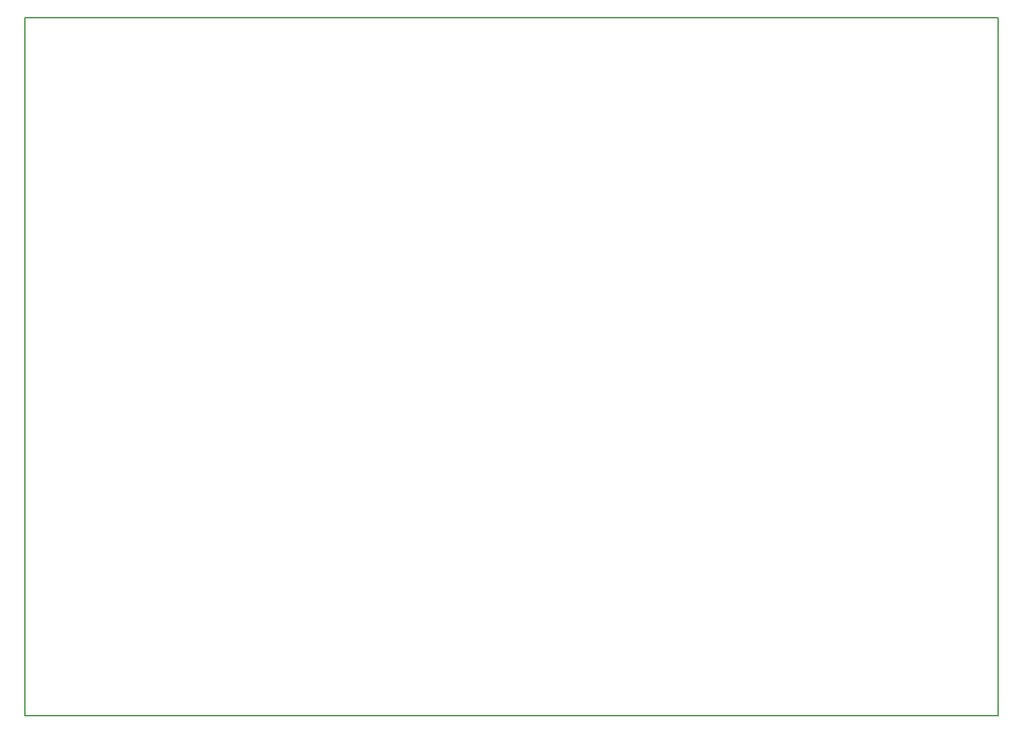
<source format=gbr>
G04 #@! TF.FileFunction,Profile,NP*
%FSLAX46Y46*%
G04 Gerber Fmt 4.6, Leading zero omitted, Abs format (unit mm)*
G04 Created by KiCad (PCBNEW 4.0.7) date 01/04/18 11:13:10*
%MOMM*%
%LPD*%
G01*
G04 APERTURE LIST*
%ADD10C,0.100000*%
%ADD11C,0.150000*%
G04 APERTURE END LIST*
D10*
D11*
X0Y0D02*
X125730000Y0D01*
X0Y90170000D02*
X0Y0D01*
X125730000Y90170000D02*
X0Y90170000D01*
X125730000Y90170000D02*
X125730000Y0D01*
M02*

</source>
